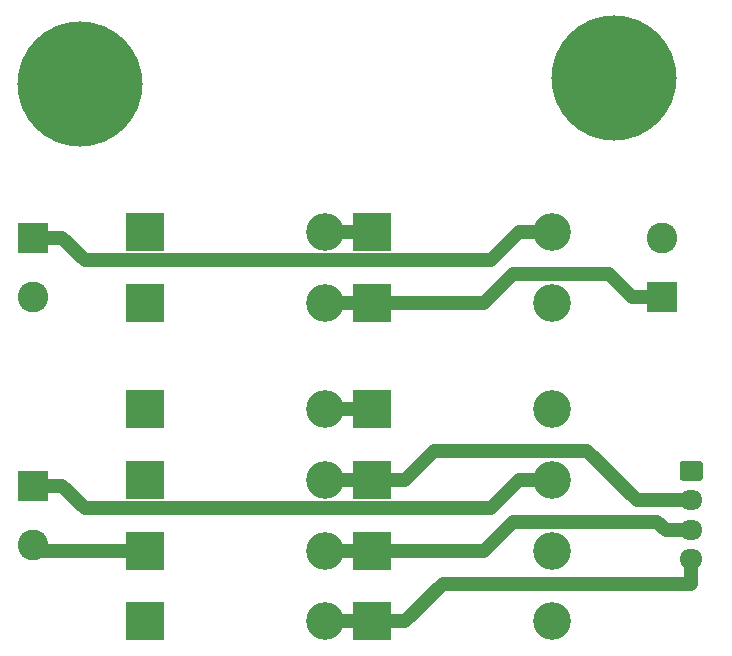
<source format=gtl>
G04 #@! TF.GenerationSoftware,KiCad,Pcbnew,5.1.10*
G04 #@! TF.CreationDate,2021-06-04T18:58:03-05:00*
G04 #@! TF.ProjectId,Rectifier,52656374-6966-4696-9572-2e6b69636164,rev?*
G04 #@! TF.SameCoordinates,Original*
G04 #@! TF.FileFunction,Copper,L1,Top*
G04 #@! TF.FilePolarity,Positive*
%FSLAX46Y46*%
G04 Gerber Fmt 4.6, Leading zero omitted, Abs format (unit mm)*
G04 Created by KiCad (PCBNEW 5.1.10) date 2021-06-04 18:58:03*
%MOMM*%
%LPD*%
G01*
G04 APERTURE LIST*
G04 #@! TA.AperFunction,ComponentPad*
%ADD10C,0.900000*%
G04 #@! TD*
G04 #@! TA.AperFunction,ComponentPad*
%ADD11C,10.600000*%
G04 #@! TD*
G04 #@! TA.AperFunction,ComponentPad*
%ADD12C,2.600000*%
G04 #@! TD*
G04 #@! TA.AperFunction,ComponentPad*
%ADD13R,2.600000X2.600000*%
G04 #@! TD*
G04 #@! TA.AperFunction,ComponentPad*
%ADD14O,1.950000X1.700000*%
G04 #@! TD*
G04 #@! TA.AperFunction,ComponentPad*
%ADD15O,3.200000X3.200000*%
G04 #@! TD*
G04 #@! TA.AperFunction,ComponentPad*
%ADD16R,3.200000X3.200000*%
G04 #@! TD*
G04 #@! TA.AperFunction,Conductor*
%ADD17C,1.200000*%
G04 #@! TD*
G04 APERTURE END LIST*
D10*
X178310749Y-35689251D03*
X175500000Y-34525000D03*
X172689251Y-35689251D03*
X171525000Y-38500000D03*
X172689251Y-41310749D03*
X175500000Y-42475000D03*
X178310749Y-41310749D03*
X179475000Y-38500000D03*
D11*
X175500000Y-38500000D03*
X130250000Y-39000000D03*
D10*
X134225000Y-39000000D03*
X133060749Y-41810749D03*
X130250000Y-42975000D03*
X127439251Y-41810749D03*
X126275000Y-39000000D03*
X127439251Y-36189251D03*
X130250000Y-35025000D03*
X133060749Y-36189251D03*
D12*
X126250000Y-57000000D03*
D13*
X126250000Y-52000000D03*
D12*
X126250000Y-78000000D03*
D13*
X126250000Y-73000000D03*
D12*
X179500000Y-52000000D03*
D13*
X179500000Y-57000000D03*
D14*
X182000000Y-79250000D03*
X182000000Y-76750000D03*
X182000000Y-74250000D03*
G04 #@! TA.AperFunction,ComponentPad*
G36*
G01*
X181275000Y-70900000D02*
X182725000Y-70900000D01*
G75*
G02*
X182975000Y-71150000I0J-250000D01*
G01*
X182975000Y-72350000D01*
G75*
G02*
X182725000Y-72600000I-250000J0D01*
G01*
X181275000Y-72600000D01*
G75*
G02*
X181025000Y-72350000I0J250000D01*
G01*
X181025000Y-71150000D01*
G75*
G02*
X181275000Y-70900000I250000J0D01*
G01*
G37*
G04 #@! TD.AperFunction*
D15*
X150990000Y-57500000D03*
D16*
X135750000Y-57500000D03*
D15*
X150990000Y-78500000D03*
D16*
X135750000Y-78500000D03*
D15*
X150990000Y-66500000D03*
D16*
X135750000Y-66500000D03*
D15*
X150990000Y-51500000D03*
D16*
X135750000Y-51500000D03*
D15*
X170240000Y-57500000D03*
D16*
X155000000Y-57500000D03*
D15*
X150990000Y-84500000D03*
D16*
X135750000Y-84500000D03*
D15*
X170240000Y-78500000D03*
D16*
X155000000Y-78500000D03*
D15*
X150990000Y-72500000D03*
D16*
X135750000Y-72500000D03*
D15*
X170240000Y-66500000D03*
D16*
X155000000Y-66500000D03*
D15*
X170240000Y-51500000D03*
D16*
X155000000Y-51500000D03*
D15*
X170240000Y-84500000D03*
D16*
X155000000Y-84500000D03*
D15*
X170240000Y-72500000D03*
D16*
X155000000Y-72500000D03*
D17*
X155000000Y-72500000D02*
X157800000Y-72500000D01*
X157800000Y-72500000D02*
X160237500Y-70062500D01*
X160237500Y-70062500D02*
X173196700Y-70062500D01*
X173196700Y-70062500D02*
X177384200Y-74250000D01*
X177384200Y-74250000D02*
X182000000Y-74250000D01*
X155000000Y-72500000D02*
X150990000Y-72500000D01*
X182000000Y-79250000D02*
X182000000Y-81300000D01*
X155000000Y-84500000D02*
X157800000Y-84500000D01*
X157800000Y-84500000D02*
X161000000Y-81300000D01*
X161000000Y-81300000D02*
X182000000Y-81300000D01*
X150990000Y-84500000D02*
X155000000Y-84500000D01*
X155000000Y-51500000D02*
X150990000Y-51500000D01*
X150990000Y-66500000D02*
X155000000Y-66500000D01*
X182000000Y-76750000D02*
X179825000Y-76750000D01*
X155000000Y-78500000D02*
X164432600Y-78500000D01*
X164432600Y-78500000D02*
X166872900Y-76059700D01*
X166872900Y-76059700D02*
X179134700Y-76059700D01*
X179134700Y-76059700D02*
X179825000Y-76750000D01*
X150990000Y-78500000D02*
X155000000Y-78500000D01*
X179500000Y-57000000D02*
X177000000Y-57000000D01*
X155000000Y-57500000D02*
X164432600Y-57500000D01*
X164432600Y-57500000D02*
X166885700Y-55046900D01*
X166885700Y-55046900D02*
X175046900Y-55046900D01*
X175046900Y-55046900D02*
X177000000Y-57000000D01*
X150990000Y-57500000D02*
X155000000Y-57500000D01*
X126250000Y-73000000D02*
X128750000Y-73000000D01*
X170240000Y-72500000D02*
X167440000Y-72500000D01*
X167440000Y-72500000D02*
X165039600Y-74900400D01*
X165039600Y-74900400D02*
X130650400Y-74900400D01*
X130650400Y-74900400D02*
X128750000Y-73000000D01*
X126250000Y-52000000D02*
X128750000Y-52000000D01*
X170240000Y-51500000D02*
X167440000Y-51500000D01*
X167440000Y-51500000D02*
X165039600Y-53900400D01*
X165039600Y-53900400D02*
X130650400Y-53900400D01*
X130650400Y-53900400D02*
X128750000Y-52000000D01*
X135750000Y-78500000D02*
X126750000Y-78500000D01*
X126750000Y-78500000D02*
X126250000Y-78000000D01*
M02*

</source>
